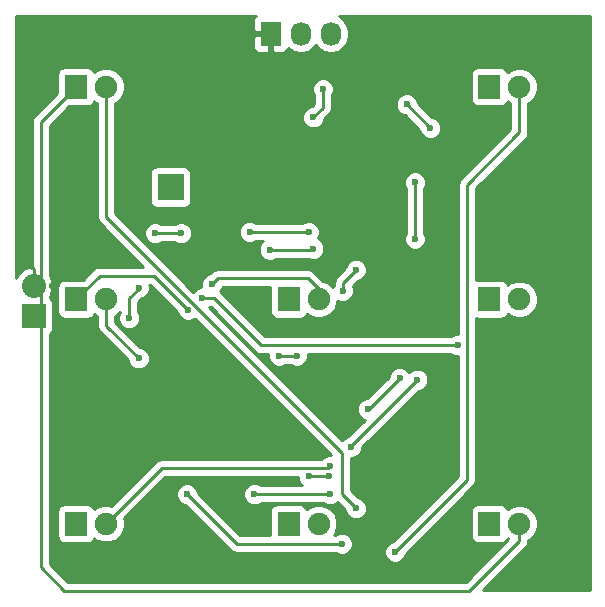
<source format=gbr>
G04 #@! TF.FileFunction,Copper,L2,Bot,Signal*
%FSLAX46Y46*%
G04 Gerber Fmt 4.6, Leading zero omitted, Abs format (unit mm)*
G04 Created by KiCad (PCBNEW 4.0.1-stable) date 2/25/2016 11:01:42 AM*
%MOMM*%
G01*
G04 APERTURE LIST*
%ADD10C,0.100000*%
%ADD11R,1.900000X2.000000*%
%ADD12C,1.900000*%
%ADD13R,2.235200X2.235200*%
%ADD14R,2.032000X2.032000*%
%ADD15O,2.032000X2.032000*%
%ADD16R,1.727200X2.032000*%
%ADD17O,1.727200X2.032000*%
%ADD18C,0.600000*%
%ADD19C,0.250000*%
%ADD20C,0.254000*%
G04 APERTURE END LIST*
D10*
D11*
X73900000Y-106500000D03*
D12*
X76440000Y-106500000D03*
D11*
X91900000Y-106500000D03*
D12*
X94440000Y-106500000D03*
D11*
X73900000Y-88500000D03*
D12*
X76440000Y-88500000D03*
D11*
X108900000Y-88500000D03*
D12*
X111440000Y-88500000D03*
D11*
X108900000Y-106500000D03*
D12*
X111440000Y-106500000D03*
D11*
X108900000Y-125500000D03*
D12*
X111440000Y-125500000D03*
D11*
X73900000Y-125500000D03*
D12*
X76440000Y-125500000D03*
D13*
X81900000Y-97000000D03*
D11*
X91900000Y-125500000D03*
D12*
X94440000Y-125500000D03*
D14*
X70300000Y-107900000D03*
D15*
X70300000Y-105360000D03*
D16*
X90400000Y-84000000D03*
D17*
X92940000Y-84000000D03*
X95480000Y-84000000D03*
D18*
X94800000Y-88700000D03*
X94000000Y-91100000D03*
X88100000Y-84000000D03*
X89800000Y-87600000D03*
X81900000Y-86400000D03*
X91300000Y-94500000D03*
X94400000Y-93000000D03*
X112400000Y-96200000D03*
X79700000Y-129300000D03*
X97000000Y-129400000D03*
X75400000Y-112800000D03*
X81700000Y-111400000D03*
X111400000Y-112700000D03*
X99200000Y-111800000D03*
X96700000Y-114000000D03*
X106200000Y-110400000D03*
X84600000Y-106400000D03*
X83400000Y-107400000D03*
X79200000Y-111500000D03*
X95300000Y-121500000D03*
X93600000Y-121500000D03*
X79200000Y-105500000D03*
X78400000Y-108100000D03*
X85400000Y-105200000D03*
X97600000Y-124200000D03*
X95400000Y-120600000D03*
X97200000Y-119000000D03*
X102800000Y-113300000D03*
X100900000Y-127900000D03*
X101900000Y-90000000D03*
X103900000Y-92000000D03*
X98600000Y-115800000D03*
X101300000Y-113200000D03*
X102600000Y-101400000D03*
X102600000Y-96600000D03*
X90300000Y-102300000D03*
X94000000Y-102200000D03*
X80600000Y-100900000D03*
X82800000Y-100900000D03*
X88600000Y-100800000D03*
X93600000Y-100800000D03*
X96400000Y-127200000D03*
X83300000Y-123000000D03*
X95400000Y-123000000D03*
X89000000Y-123000000D03*
X91100000Y-111300000D03*
X92600000Y-111300000D03*
X96500000Y-105800000D03*
X97600000Y-104000000D03*
D19*
X94800000Y-90300000D02*
X94800000Y-88700000D01*
X94000000Y-91100000D02*
X94800000Y-90300000D01*
X70300000Y-105360000D02*
X70300000Y-103900000D01*
X70300000Y-103900000D02*
X69600000Y-103200000D01*
X106200000Y-110400000D02*
X89600000Y-110400000D01*
X89600000Y-110400000D02*
X85600000Y-106400000D01*
X85600000Y-106400000D02*
X84600000Y-106400000D01*
X83400000Y-107400000D02*
X80500000Y-104500000D01*
X80500000Y-104500000D02*
X75900000Y-104500000D01*
X75900000Y-104500000D02*
X73900000Y-106500000D01*
X76440000Y-108740000D02*
X76440000Y-106500000D01*
X79200000Y-111500000D02*
X76440000Y-108740000D01*
X93600000Y-121500000D02*
X95300000Y-121500000D01*
X79200000Y-105600000D02*
X79200000Y-105500000D01*
X78400000Y-106400000D02*
X79200000Y-105600000D01*
X78400000Y-108100000D02*
X78400000Y-106400000D01*
X93500000Y-104700000D02*
X94440000Y-105640000D01*
X85900000Y-104700000D02*
X93500000Y-104700000D01*
X85400000Y-105200000D02*
X85900000Y-104700000D01*
X94440000Y-105640000D02*
X94440000Y-106500000D01*
X111440000Y-125500000D02*
X111440000Y-126960000D01*
X70900000Y-91500000D02*
X73900000Y-88500000D01*
X70900000Y-129200000D02*
X70900000Y-91500000D01*
X72900000Y-131200000D02*
X70900000Y-129200000D01*
X107200000Y-131200000D02*
X72900000Y-131200000D01*
X111440000Y-126960000D02*
X107200000Y-131200000D01*
X76440000Y-99540000D02*
X76440000Y-88500000D01*
X96400000Y-119500000D02*
X76440000Y-99540000D01*
X96400000Y-123000000D02*
X96400000Y-119500000D01*
X97600000Y-124200000D02*
X96400000Y-123000000D01*
X81140000Y-120800000D02*
X76440000Y-125500000D01*
X95200000Y-120800000D02*
X81140000Y-120800000D01*
X95400000Y-120600000D02*
X95200000Y-120800000D01*
X97200000Y-118900000D02*
X97200000Y-119000000D01*
X102800000Y-113300000D02*
X97200000Y-118900000D01*
X111440000Y-92360000D02*
X111440000Y-88500000D01*
X107000000Y-96800000D02*
X111440000Y-92360000D01*
X107000000Y-121800000D02*
X107000000Y-96800000D01*
X100900000Y-127900000D02*
X107000000Y-121800000D01*
X103900000Y-92000000D02*
X101900000Y-90000000D01*
X98700000Y-115800000D02*
X98600000Y-115800000D01*
X101300000Y-113200000D02*
X98700000Y-115800000D01*
X102600000Y-96600000D02*
X102600000Y-101400000D01*
X93900000Y-102300000D02*
X90300000Y-102300000D01*
X94000000Y-102200000D02*
X93900000Y-102300000D01*
X82800000Y-100900000D02*
X80600000Y-100900000D01*
X93600000Y-100800000D02*
X88600000Y-100800000D01*
X87500000Y-127200000D02*
X96400000Y-127200000D01*
X83300000Y-123000000D02*
X87500000Y-127200000D01*
X89000000Y-123000000D02*
X95400000Y-123000000D01*
X92600000Y-111300000D02*
X91100000Y-111300000D01*
X96500000Y-105100000D02*
X96500000Y-105800000D01*
X97600000Y-104000000D02*
X96500000Y-105100000D01*
D20*
G36*
X88998073Y-82624301D02*
X88901400Y-82857690D01*
X88901400Y-83714250D01*
X89060150Y-83873000D01*
X90273000Y-83873000D01*
X90273000Y-83853000D01*
X90527000Y-83853000D01*
X90527000Y-83873000D01*
X90547000Y-83873000D01*
X90547000Y-84127000D01*
X90527000Y-84127000D01*
X90527000Y-85492250D01*
X90685750Y-85651000D01*
X91389909Y-85651000D01*
X91623298Y-85554327D01*
X91801927Y-85375699D01*
X91865500Y-85222220D01*
X91880330Y-85244415D01*
X92366511Y-85569271D01*
X92940000Y-85683345D01*
X93513489Y-85569271D01*
X93999670Y-85244415D01*
X94210000Y-84929634D01*
X94420330Y-85244415D01*
X94906511Y-85569271D01*
X95480000Y-85683345D01*
X96053489Y-85569271D01*
X96539670Y-85244415D01*
X96864526Y-84758234D01*
X96978600Y-84184745D01*
X96978600Y-83815255D01*
X96864526Y-83241766D01*
X96539670Y-82755585D01*
X96172126Y-82510000D01*
X117390000Y-82510000D01*
X117390000Y-131090000D01*
X108384802Y-131090000D01*
X111977402Y-127497401D01*
X112142148Y-127250839D01*
X112200000Y-126960000D01*
X112200000Y-126900947D01*
X112336657Y-126844481D01*
X112782914Y-126399003D01*
X113024724Y-125816659D01*
X113025275Y-125186107D01*
X112784481Y-124603343D01*
X112339003Y-124157086D01*
X111756659Y-123915276D01*
X111126107Y-123914725D01*
X110543343Y-124155519D01*
X110445663Y-124253029D01*
X110314090Y-124048559D01*
X110101890Y-123903569D01*
X109850000Y-123852560D01*
X107950000Y-123852560D01*
X107714683Y-123896838D01*
X107498559Y-124035910D01*
X107353569Y-124248110D01*
X107302560Y-124500000D01*
X107302560Y-126500000D01*
X107346838Y-126735317D01*
X107485910Y-126951441D01*
X107698110Y-127096431D01*
X107950000Y-127147440D01*
X109850000Y-127147440D01*
X110085317Y-127103162D01*
X110301441Y-126964090D01*
X110446431Y-126751890D01*
X110447055Y-126748808D01*
X110511666Y-126813531D01*
X106885198Y-130440000D01*
X73214802Y-130440000D01*
X71660000Y-128885198D01*
X71660000Y-109449226D01*
X71767441Y-109380090D01*
X71912431Y-109167890D01*
X71963440Y-108916000D01*
X71963440Y-106884000D01*
X71919162Y-106648683D01*
X71780090Y-106432559D01*
X71660000Y-106350505D01*
X71660000Y-106278695D01*
X71905983Y-105742946D01*
X71787367Y-105487000D01*
X71660000Y-105487000D01*
X71660000Y-105233000D01*
X71787367Y-105233000D01*
X71905983Y-104977054D01*
X71660000Y-104441305D01*
X71660000Y-91814802D01*
X73327362Y-90147440D01*
X74850000Y-90147440D01*
X75085317Y-90103162D01*
X75301441Y-89964090D01*
X75446431Y-89751890D01*
X75447055Y-89748808D01*
X75540997Y-89842914D01*
X75680000Y-89900633D01*
X75680000Y-99540000D01*
X75737852Y-99830839D01*
X75902599Y-100077401D01*
X79565198Y-103740000D01*
X75900000Y-103740000D01*
X75609161Y-103797852D01*
X75362599Y-103962599D01*
X74472638Y-104852560D01*
X72950000Y-104852560D01*
X72714683Y-104896838D01*
X72498559Y-105035910D01*
X72353569Y-105248110D01*
X72302560Y-105500000D01*
X72302560Y-107500000D01*
X72346838Y-107735317D01*
X72485910Y-107951441D01*
X72698110Y-108096431D01*
X72950000Y-108147440D01*
X74850000Y-108147440D01*
X75085317Y-108103162D01*
X75301441Y-107964090D01*
X75446431Y-107751890D01*
X75447055Y-107748808D01*
X75540997Y-107842914D01*
X75680000Y-107900633D01*
X75680000Y-108740000D01*
X75737852Y-109030839D01*
X75902599Y-109277401D01*
X78264878Y-111639680D01*
X78264838Y-111685167D01*
X78406883Y-112028943D01*
X78669673Y-112292192D01*
X79013201Y-112434838D01*
X79385167Y-112435162D01*
X79728943Y-112293117D01*
X79992192Y-112030327D01*
X80134838Y-111686799D01*
X80135162Y-111314833D01*
X79993117Y-110971057D01*
X79730327Y-110707808D01*
X79386799Y-110565162D01*
X79339923Y-110565121D01*
X77200000Y-108425198D01*
X77200000Y-107900947D01*
X77336657Y-107844481D01*
X77604879Y-107576728D01*
X77465162Y-107913201D01*
X77464838Y-108285167D01*
X77606883Y-108628943D01*
X77869673Y-108892192D01*
X78213201Y-109034838D01*
X78585167Y-109035162D01*
X78928943Y-108893117D01*
X79192192Y-108630327D01*
X79334838Y-108286799D01*
X79335162Y-107914833D01*
X79193117Y-107571057D01*
X79160000Y-107537882D01*
X79160000Y-106714802D01*
X79477996Y-106396806D01*
X79728943Y-106293117D01*
X79992192Y-106030327D01*
X80134838Y-105686799D01*
X80135162Y-105314833D01*
X80112506Y-105260000D01*
X80185198Y-105260000D01*
X82464878Y-107539680D01*
X82464838Y-107585167D01*
X82606883Y-107928943D01*
X82869673Y-108192192D01*
X83213201Y-108334838D01*
X83585167Y-108335162D01*
X83928943Y-108193117D01*
X83973668Y-108148470D01*
X95490276Y-119665078D01*
X95214833Y-119664838D01*
X94871057Y-119806883D01*
X94637533Y-120040000D01*
X81140000Y-120040000D01*
X80849161Y-120097852D01*
X80602599Y-120262599D01*
X76893218Y-123971980D01*
X76756659Y-123915276D01*
X76126107Y-123914725D01*
X75543343Y-124155519D01*
X75445663Y-124253029D01*
X75314090Y-124048559D01*
X75101890Y-123903569D01*
X74850000Y-123852560D01*
X72950000Y-123852560D01*
X72714683Y-123896838D01*
X72498559Y-124035910D01*
X72353569Y-124248110D01*
X72302560Y-124500000D01*
X72302560Y-126500000D01*
X72346838Y-126735317D01*
X72485910Y-126951441D01*
X72698110Y-127096431D01*
X72950000Y-127147440D01*
X74850000Y-127147440D01*
X75085317Y-127103162D01*
X75301441Y-126964090D01*
X75446431Y-126751890D01*
X75447055Y-126748808D01*
X75540997Y-126842914D01*
X76123341Y-127084724D01*
X76753893Y-127085275D01*
X77336657Y-126844481D01*
X77782914Y-126399003D01*
X78024724Y-125816659D01*
X78025275Y-125186107D01*
X77967798Y-125047004D01*
X79829635Y-123185167D01*
X82364838Y-123185167D01*
X82506883Y-123528943D01*
X82769673Y-123792192D01*
X83113201Y-123934838D01*
X83160077Y-123934879D01*
X86962599Y-127737401D01*
X87209161Y-127902148D01*
X87500000Y-127960000D01*
X95837537Y-127960000D01*
X95869673Y-127992192D01*
X96213201Y-128134838D01*
X96585167Y-128135162D01*
X96928943Y-127993117D01*
X97192192Y-127730327D01*
X97334838Y-127386799D01*
X97335162Y-127014833D01*
X97193117Y-126671057D01*
X96930327Y-126407808D01*
X96586799Y-126265162D01*
X96214833Y-126264838D01*
X95871057Y-126406883D01*
X95837882Y-126440000D01*
X95741845Y-126440000D01*
X95782914Y-126399003D01*
X96024724Y-125816659D01*
X96025275Y-125186107D01*
X95784481Y-124603343D01*
X95339003Y-124157086D01*
X94756659Y-123915276D01*
X94126107Y-123914725D01*
X93543343Y-124155519D01*
X93445663Y-124253029D01*
X93314090Y-124048559D01*
X93101890Y-123903569D01*
X92850000Y-123852560D01*
X90950000Y-123852560D01*
X90714683Y-123896838D01*
X90498559Y-124035910D01*
X90353569Y-124248110D01*
X90302560Y-124500000D01*
X90302560Y-126440000D01*
X87814802Y-126440000D01*
X84235122Y-122860320D01*
X84235162Y-122814833D01*
X84093117Y-122471057D01*
X83830327Y-122207808D01*
X83486799Y-122065162D01*
X83114833Y-122064838D01*
X82771057Y-122206883D01*
X82507808Y-122469673D01*
X82365162Y-122813201D01*
X82364838Y-123185167D01*
X79829635Y-123185167D01*
X81454802Y-121560000D01*
X92664947Y-121560000D01*
X92664838Y-121685167D01*
X92806883Y-122028943D01*
X93017572Y-122240000D01*
X89562463Y-122240000D01*
X89530327Y-122207808D01*
X89186799Y-122065162D01*
X88814833Y-122064838D01*
X88471057Y-122206883D01*
X88207808Y-122469673D01*
X88065162Y-122813201D01*
X88064838Y-123185167D01*
X88206883Y-123528943D01*
X88469673Y-123792192D01*
X88813201Y-123934838D01*
X89185167Y-123935162D01*
X89528943Y-123793117D01*
X89562118Y-123760000D01*
X94837537Y-123760000D01*
X94869673Y-123792192D01*
X95213201Y-123934838D01*
X95585167Y-123935162D01*
X95928943Y-123793117D01*
X96023712Y-123698514D01*
X96664878Y-124339680D01*
X96664838Y-124385167D01*
X96806883Y-124728943D01*
X97069673Y-124992192D01*
X97413201Y-125134838D01*
X97785167Y-125135162D01*
X98128943Y-124993117D01*
X98392192Y-124730327D01*
X98534838Y-124386799D01*
X98535162Y-124014833D01*
X98393117Y-123671057D01*
X98130327Y-123407808D01*
X97786799Y-123265162D01*
X97739923Y-123265121D01*
X97160000Y-122685198D01*
X97160000Y-119934966D01*
X97385167Y-119935162D01*
X97728943Y-119793117D01*
X97992192Y-119530327D01*
X98134838Y-119186799D01*
X98134966Y-119039836D01*
X102939680Y-114235122D01*
X102985167Y-114235162D01*
X103328943Y-114093117D01*
X103592192Y-113830327D01*
X103734838Y-113486799D01*
X103735162Y-113114833D01*
X103593117Y-112771057D01*
X103330327Y-112507808D01*
X102986799Y-112365162D01*
X102614833Y-112364838D01*
X102271057Y-112506883D01*
X102097053Y-112680583D01*
X102093117Y-112671057D01*
X101830327Y-112407808D01*
X101486799Y-112265162D01*
X101114833Y-112264838D01*
X100771057Y-112406883D01*
X100507808Y-112669673D01*
X100365162Y-113013201D01*
X100365121Y-113060077D01*
X98560233Y-114864965D01*
X98414833Y-114864838D01*
X98071057Y-115006883D01*
X97807808Y-115269673D01*
X97665162Y-115613201D01*
X97664838Y-115985167D01*
X97806883Y-116328943D01*
X98069673Y-116592192D01*
X98326402Y-116698796D01*
X96922004Y-118103194D01*
X96671057Y-118206883D01*
X96426157Y-118451355D01*
X85148448Y-107173646D01*
X85162118Y-107160000D01*
X85285198Y-107160000D01*
X89062599Y-110937401D01*
X89309160Y-111102148D01*
X89600000Y-111160000D01*
X90165121Y-111160000D01*
X90164838Y-111485167D01*
X90306883Y-111828943D01*
X90569673Y-112092192D01*
X90913201Y-112234838D01*
X91285167Y-112235162D01*
X91628943Y-112093117D01*
X91662118Y-112060000D01*
X92037537Y-112060000D01*
X92069673Y-112092192D01*
X92413201Y-112234838D01*
X92785167Y-112235162D01*
X93128943Y-112093117D01*
X93392192Y-111830327D01*
X93534838Y-111486799D01*
X93535123Y-111160000D01*
X105637537Y-111160000D01*
X105669673Y-111192192D01*
X106013201Y-111334838D01*
X106240000Y-111335036D01*
X106240000Y-121485198D01*
X100760320Y-126964878D01*
X100714833Y-126964838D01*
X100371057Y-127106883D01*
X100107808Y-127369673D01*
X99965162Y-127713201D01*
X99964838Y-128085167D01*
X100106883Y-128428943D01*
X100369673Y-128692192D01*
X100713201Y-128834838D01*
X101085167Y-128835162D01*
X101428943Y-128693117D01*
X101692192Y-128430327D01*
X101834838Y-128086799D01*
X101834879Y-128039923D01*
X107537401Y-122337401D01*
X107702148Y-122090839D01*
X107760000Y-121800000D01*
X107760000Y-108108964D01*
X107950000Y-108147440D01*
X109850000Y-108147440D01*
X110085317Y-108103162D01*
X110301441Y-107964090D01*
X110446431Y-107751890D01*
X110447055Y-107748808D01*
X110540997Y-107842914D01*
X111123341Y-108084724D01*
X111753893Y-108085275D01*
X112336657Y-107844481D01*
X112782914Y-107399003D01*
X113024724Y-106816659D01*
X113025275Y-106186107D01*
X112784481Y-105603343D01*
X112339003Y-105157086D01*
X111756659Y-104915276D01*
X111126107Y-104914725D01*
X110543343Y-105155519D01*
X110445663Y-105253029D01*
X110314090Y-105048559D01*
X110101890Y-104903569D01*
X109850000Y-104852560D01*
X107950000Y-104852560D01*
X107760000Y-104888311D01*
X107760000Y-97114802D01*
X111977401Y-92897401D01*
X112142148Y-92650840D01*
X112200000Y-92360000D01*
X112200000Y-89900947D01*
X112336657Y-89844481D01*
X112782914Y-89399003D01*
X113024724Y-88816659D01*
X113025275Y-88186107D01*
X112784481Y-87603343D01*
X112339003Y-87157086D01*
X111756659Y-86915276D01*
X111126107Y-86914725D01*
X110543343Y-87155519D01*
X110445663Y-87253029D01*
X110314090Y-87048559D01*
X110101890Y-86903569D01*
X109850000Y-86852560D01*
X107950000Y-86852560D01*
X107714683Y-86896838D01*
X107498559Y-87035910D01*
X107353569Y-87248110D01*
X107302560Y-87500000D01*
X107302560Y-89500000D01*
X107346838Y-89735317D01*
X107485910Y-89951441D01*
X107698110Y-90096431D01*
X107950000Y-90147440D01*
X109850000Y-90147440D01*
X110085317Y-90103162D01*
X110301441Y-89964090D01*
X110446431Y-89751890D01*
X110447055Y-89748808D01*
X110540997Y-89842914D01*
X110680000Y-89900633D01*
X110680000Y-92045198D01*
X106462599Y-96262599D01*
X106297852Y-96509161D01*
X106240000Y-96800000D01*
X106240000Y-109465034D01*
X106014833Y-109464838D01*
X105671057Y-109606883D01*
X105637882Y-109640000D01*
X89914802Y-109640000D01*
X86137401Y-105862599D01*
X86090849Y-105831494D01*
X86192192Y-105730327D01*
X86304442Y-105460000D01*
X90310660Y-105460000D01*
X90302560Y-105500000D01*
X90302560Y-107500000D01*
X90346838Y-107735317D01*
X90485910Y-107951441D01*
X90698110Y-108096431D01*
X90950000Y-108147440D01*
X92850000Y-108147440D01*
X93085317Y-108103162D01*
X93301441Y-107964090D01*
X93446431Y-107751890D01*
X93447055Y-107748808D01*
X93540997Y-107842914D01*
X94123341Y-108084724D01*
X94753893Y-108085275D01*
X95336657Y-107844481D01*
X95782914Y-107399003D01*
X96024724Y-106816659D01*
X96024900Y-106615124D01*
X96313201Y-106734838D01*
X96685167Y-106735162D01*
X97028943Y-106593117D01*
X97292192Y-106330327D01*
X97434838Y-105986799D01*
X97435162Y-105614833D01*
X97325463Y-105349339D01*
X97739680Y-104935122D01*
X97785167Y-104935162D01*
X98128943Y-104793117D01*
X98392192Y-104530327D01*
X98534838Y-104186799D01*
X98535162Y-103814833D01*
X98393117Y-103471057D01*
X98130327Y-103207808D01*
X97786799Y-103065162D01*
X97414833Y-103064838D01*
X97071057Y-103206883D01*
X96807808Y-103469673D01*
X96665162Y-103813201D01*
X96665121Y-103860077D01*
X95962599Y-104562599D01*
X95797852Y-104809161D01*
X95740000Y-105100000D01*
X95740000Y-105237537D01*
X95707808Y-105269673D01*
X95632482Y-105451078D01*
X95339003Y-105157086D01*
X94813809Y-104939007D01*
X94037401Y-104162599D01*
X93790839Y-103997852D01*
X93500000Y-103940000D01*
X85900000Y-103940000D01*
X85609161Y-103997852D01*
X85362599Y-104162599D01*
X85260320Y-104264878D01*
X85214833Y-104264838D01*
X84871057Y-104406883D01*
X84607808Y-104669673D01*
X84465162Y-105013201D01*
X84464838Y-105385167D01*
X84497787Y-105464910D01*
X84414833Y-105464838D01*
X84071057Y-105606883D01*
X83826157Y-105851355D01*
X79059969Y-101085167D01*
X79664838Y-101085167D01*
X79806883Y-101428943D01*
X80069673Y-101692192D01*
X80413201Y-101834838D01*
X80785167Y-101835162D01*
X81128943Y-101693117D01*
X81162118Y-101660000D01*
X82237537Y-101660000D01*
X82269673Y-101692192D01*
X82613201Y-101834838D01*
X82985167Y-101835162D01*
X83328943Y-101693117D01*
X83592192Y-101430327D01*
X83734838Y-101086799D01*
X83734926Y-100985167D01*
X87664838Y-100985167D01*
X87806883Y-101328943D01*
X88069673Y-101592192D01*
X88413201Y-101734838D01*
X88785167Y-101735162D01*
X89128943Y-101593117D01*
X89162118Y-101560000D01*
X89717847Y-101560000D01*
X89507808Y-101769673D01*
X89365162Y-102113201D01*
X89364838Y-102485167D01*
X89506883Y-102828943D01*
X89769673Y-103092192D01*
X90113201Y-103234838D01*
X90485167Y-103235162D01*
X90828943Y-103093117D01*
X90862118Y-103060000D01*
X93632972Y-103060000D01*
X93813201Y-103134838D01*
X94185167Y-103135162D01*
X94528943Y-102993117D01*
X94792192Y-102730327D01*
X94934838Y-102386799D01*
X94935162Y-102014833D01*
X94793117Y-101671057D01*
X94530327Y-101407808D01*
X94377956Y-101344538D01*
X94392192Y-101330327D01*
X94534838Y-100986799D01*
X94535162Y-100614833D01*
X94393117Y-100271057D01*
X94130327Y-100007808D01*
X93786799Y-99865162D01*
X93414833Y-99864838D01*
X93071057Y-100006883D01*
X93037882Y-100040000D01*
X89162463Y-100040000D01*
X89130327Y-100007808D01*
X88786799Y-99865162D01*
X88414833Y-99864838D01*
X88071057Y-100006883D01*
X87807808Y-100269673D01*
X87665162Y-100613201D01*
X87664838Y-100985167D01*
X83734926Y-100985167D01*
X83735162Y-100714833D01*
X83593117Y-100371057D01*
X83330327Y-100107808D01*
X82986799Y-99965162D01*
X82614833Y-99964838D01*
X82271057Y-100106883D01*
X82237882Y-100140000D01*
X81162463Y-100140000D01*
X81130327Y-100107808D01*
X80786799Y-99965162D01*
X80414833Y-99964838D01*
X80071057Y-100106883D01*
X79807808Y-100369673D01*
X79665162Y-100713201D01*
X79664838Y-101085167D01*
X79059969Y-101085167D01*
X77200000Y-99225198D01*
X77200000Y-95882400D01*
X80134960Y-95882400D01*
X80134960Y-98117600D01*
X80179238Y-98352917D01*
X80318310Y-98569041D01*
X80530510Y-98714031D01*
X80782400Y-98765040D01*
X83017600Y-98765040D01*
X83252917Y-98720762D01*
X83469041Y-98581690D01*
X83614031Y-98369490D01*
X83665040Y-98117600D01*
X83665040Y-96785167D01*
X101664838Y-96785167D01*
X101806883Y-97128943D01*
X101840000Y-97162118D01*
X101840000Y-100837537D01*
X101807808Y-100869673D01*
X101665162Y-101213201D01*
X101664838Y-101585167D01*
X101806883Y-101928943D01*
X102069673Y-102192192D01*
X102413201Y-102334838D01*
X102785167Y-102335162D01*
X103128943Y-102193117D01*
X103392192Y-101930327D01*
X103534838Y-101586799D01*
X103535162Y-101214833D01*
X103393117Y-100871057D01*
X103360000Y-100837882D01*
X103360000Y-97162463D01*
X103392192Y-97130327D01*
X103534838Y-96786799D01*
X103535162Y-96414833D01*
X103393117Y-96071057D01*
X103130327Y-95807808D01*
X102786799Y-95665162D01*
X102414833Y-95664838D01*
X102071057Y-95806883D01*
X101807808Y-96069673D01*
X101665162Y-96413201D01*
X101664838Y-96785167D01*
X83665040Y-96785167D01*
X83665040Y-95882400D01*
X83620762Y-95647083D01*
X83481690Y-95430959D01*
X83269490Y-95285969D01*
X83017600Y-95234960D01*
X80782400Y-95234960D01*
X80547083Y-95279238D01*
X80330959Y-95418310D01*
X80185969Y-95630510D01*
X80134960Y-95882400D01*
X77200000Y-95882400D01*
X77200000Y-91285167D01*
X93064838Y-91285167D01*
X93206883Y-91628943D01*
X93469673Y-91892192D01*
X93813201Y-92034838D01*
X94185167Y-92035162D01*
X94528943Y-91893117D01*
X94792192Y-91630327D01*
X94934838Y-91286799D01*
X94934879Y-91239923D01*
X95337401Y-90837401D01*
X95502148Y-90590839D01*
X95560000Y-90300000D01*
X95560000Y-90185167D01*
X100964838Y-90185167D01*
X101106883Y-90528943D01*
X101369673Y-90792192D01*
X101713201Y-90934838D01*
X101760077Y-90934879D01*
X102964878Y-92139680D01*
X102964838Y-92185167D01*
X103106883Y-92528943D01*
X103369673Y-92792192D01*
X103713201Y-92934838D01*
X104085167Y-92935162D01*
X104428943Y-92793117D01*
X104692192Y-92530327D01*
X104834838Y-92186799D01*
X104835162Y-91814833D01*
X104693117Y-91471057D01*
X104430327Y-91207808D01*
X104086799Y-91065162D01*
X104039923Y-91065121D01*
X102835122Y-89860320D01*
X102835162Y-89814833D01*
X102693117Y-89471057D01*
X102430327Y-89207808D01*
X102086799Y-89065162D01*
X101714833Y-89064838D01*
X101371057Y-89206883D01*
X101107808Y-89469673D01*
X100965162Y-89813201D01*
X100964838Y-90185167D01*
X95560000Y-90185167D01*
X95560000Y-89262463D01*
X95592192Y-89230327D01*
X95734838Y-88886799D01*
X95735162Y-88514833D01*
X95593117Y-88171057D01*
X95330327Y-87907808D01*
X94986799Y-87765162D01*
X94614833Y-87764838D01*
X94271057Y-87906883D01*
X94007808Y-88169673D01*
X93865162Y-88513201D01*
X93864838Y-88885167D01*
X94006883Y-89228943D01*
X94040000Y-89262118D01*
X94040000Y-89985198D01*
X93860320Y-90164878D01*
X93814833Y-90164838D01*
X93471057Y-90306883D01*
X93207808Y-90569673D01*
X93065162Y-90913201D01*
X93064838Y-91285167D01*
X77200000Y-91285167D01*
X77200000Y-89900947D01*
X77336657Y-89844481D01*
X77782914Y-89399003D01*
X78024724Y-88816659D01*
X78025275Y-88186107D01*
X77784481Y-87603343D01*
X77339003Y-87157086D01*
X76756659Y-86915276D01*
X76126107Y-86914725D01*
X75543343Y-87155519D01*
X75445663Y-87253029D01*
X75314090Y-87048559D01*
X75101890Y-86903569D01*
X74850000Y-86852560D01*
X72950000Y-86852560D01*
X72714683Y-86896838D01*
X72498559Y-87035910D01*
X72353569Y-87248110D01*
X72302560Y-87500000D01*
X72302560Y-89022638D01*
X70362599Y-90962599D01*
X70197852Y-91209161D01*
X70140000Y-91500000D01*
X70140000Y-103857803D01*
X69917056Y-103754025D01*
X69435182Y-103953615D01*
X68962812Y-104391621D01*
X68810000Y-104724444D01*
X68810000Y-84285750D01*
X88901400Y-84285750D01*
X88901400Y-85142310D01*
X88998073Y-85375699D01*
X89176702Y-85554327D01*
X89410091Y-85651000D01*
X90114250Y-85651000D01*
X90273000Y-85492250D01*
X90273000Y-84127000D01*
X89060150Y-84127000D01*
X88901400Y-84285750D01*
X68810000Y-84285750D01*
X68810000Y-82510000D01*
X89112375Y-82510000D01*
X88998073Y-82624301D01*
X88998073Y-82624301D01*
G37*
X88998073Y-82624301D02*
X88901400Y-82857690D01*
X88901400Y-83714250D01*
X89060150Y-83873000D01*
X90273000Y-83873000D01*
X90273000Y-83853000D01*
X90527000Y-83853000D01*
X90527000Y-83873000D01*
X90547000Y-83873000D01*
X90547000Y-84127000D01*
X90527000Y-84127000D01*
X90527000Y-85492250D01*
X90685750Y-85651000D01*
X91389909Y-85651000D01*
X91623298Y-85554327D01*
X91801927Y-85375699D01*
X91865500Y-85222220D01*
X91880330Y-85244415D01*
X92366511Y-85569271D01*
X92940000Y-85683345D01*
X93513489Y-85569271D01*
X93999670Y-85244415D01*
X94210000Y-84929634D01*
X94420330Y-85244415D01*
X94906511Y-85569271D01*
X95480000Y-85683345D01*
X96053489Y-85569271D01*
X96539670Y-85244415D01*
X96864526Y-84758234D01*
X96978600Y-84184745D01*
X96978600Y-83815255D01*
X96864526Y-83241766D01*
X96539670Y-82755585D01*
X96172126Y-82510000D01*
X117390000Y-82510000D01*
X117390000Y-131090000D01*
X108384802Y-131090000D01*
X111977402Y-127497401D01*
X112142148Y-127250839D01*
X112200000Y-126960000D01*
X112200000Y-126900947D01*
X112336657Y-126844481D01*
X112782914Y-126399003D01*
X113024724Y-125816659D01*
X113025275Y-125186107D01*
X112784481Y-124603343D01*
X112339003Y-124157086D01*
X111756659Y-123915276D01*
X111126107Y-123914725D01*
X110543343Y-124155519D01*
X110445663Y-124253029D01*
X110314090Y-124048559D01*
X110101890Y-123903569D01*
X109850000Y-123852560D01*
X107950000Y-123852560D01*
X107714683Y-123896838D01*
X107498559Y-124035910D01*
X107353569Y-124248110D01*
X107302560Y-124500000D01*
X107302560Y-126500000D01*
X107346838Y-126735317D01*
X107485910Y-126951441D01*
X107698110Y-127096431D01*
X107950000Y-127147440D01*
X109850000Y-127147440D01*
X110085317Y-127103162D01*
X110301441Y-126964090D01*
X110446431Y-126751890D01*
X110447055Y-126748808D01*
X110511666Y-126813531D01*
X106885198Y-130440000D01*
X73214802Y-130440000D01*
X71660000Y-128885198D01*
X71660000Y-109449226D01*
X71767441Y-109380090D01*
X71912431Y-109167890D01*
X71963440Y-108916000D01*
X71963440Y-106884000D01*
X71919162Y-106648683D01*
X71780090Y-106432559D01*
X71660000Y-106350505D01*
X71660000Y-106278695D01*
X71905983Y-105742946D01*
X71787367Y-105487000D01*
X71660000Y-105487000D01*
X71660000Y-105233000D01*
X71787367Y-105233000D01*
X71905983Y-104977054D01*
X71660000Y-104441305D01*
X71660000Y-91814802D01*
X73327362Y-90147440D01*
X74850000Y-90147440D01*
X75085317Y-90103162D01*
X75301441Y-89964090D01*
X75446431Y-89751890D01*
X75447055Y-89748808D01*
X75540997Y-89842914D01*
X75680000Y-89900633D01*
X75680000Y-99540000D01*
X75737852Y-99830839D01*
X75902599Y-100077401D01*
X79565198Y-103740000D01*
X75900000Y-103740000D01*
X75609161Y-103797852D01*
X75362599Y-103962599D01*
X74472638Y-104852560D01*
X72950000Y-104852560D01*
X72714683Y-104896838D01*
X72498559Y-105035910D01*
X72353569Y-105248110D01*
X72302560Y-105500000D01*
X72302560Y-107500000D01*
X72346838Y-107735317D01*
X72485910Y-107951441D01*
X72698110Y-108096431D01*
X72950000Y-108147440D01*
X74850000Y-108147440D01*
X75085317Y-108103162D01*
X75301441Y-107964090D01*
X75446431Y-107751890D01*
X75447055Y-107748808D01*
X75540997Y-107842914D01*
X75680000Y-107900633D01*
X75680000Y-108740000D01*
X75737852Y-109030839D01*
X75902599Y-109277401D01*
X78264878Y-111639680D01*
X78264838Y-111685167D01*
X78406883Y-112028943D01*
X78669673Y-112292192D01*
X79013201Y-112434838D01*
X79385167Y-112435162D01*
X79728943Y-112293117D01*
X79992192Y-112030327D01*
X80134838Y-111686799D01*
X80135162Y-111314833D01*
X79993117Y-110971057D01*
X79730327Y-110707808D01*
X79386799Y-110565162D01*
X79339923Y-110565121D01*
X77200000Y-108425198D01*
X77200000Y-107900947D01*
X77336657Y-107844481D01*
X77604879Y-107576728D01*
X77465162Y-107913201D01*
X77464838Y-108285167D01*
X77606883Y-108628943D01*
X77869673Y-108892192D01*
X78213201Y-109034838D01*
X78585167Y-109035162D01*
X78928943Y-108893117D01*
X79192192Y-108630327D01*
X79334838Y-108286799D01*
X79335162Y-107914833D01*
X79193117Y-107571057D01*
X79160000Y-107537882D01*
X79160000Y-106714802D01*
X79477996Y-106396806D01*
X79728943Y-106293117D01*
X79992192Y-106030327D01*
X80134838Y-105686799D01*
X80135162Y-105314833D01*
X80112506Y-105260000D01*
X80185198Y-105260000D01*
X82464878Y-107539680D01*
X82464838Y-107585167D01*
X82606883Y-107928943D01*
X82869673Y-108192192D01*
X83213201Y-108334838D01*
X83585167Y-108335162D01*
X83928943Y-108193117D01*
X83973668Y-108148470D01*
X95490276Y-119665078D01*
X95214833Y-119664838D01*
X94871057Y-119806883D01*
X94637533Y-120040000D01*
X81140000Y-120040000D01*
X80849161Y-120097852D01*
X80602599Y-120262599D01*
X76893218Y-123971980D01*
X76756659Y-123915276D01*
X76126107Y-123914725D01*
X75543343Y-124155519D01*
X75445663Y-124253029D01*
X75314090Y-124048559D01*
X75101890Y-123903569D01*
X74850000Y-123852560D01*
X72950000Y-123852560D01*
X72714683Y-123896838D01*
X72498559Y-124035910D01*
X72353569Y-124248110D01*
X72302560Y-124500000D01*
X72302560Y-126500000D01*
X72346838Y-126735317D01*
X72485910Y-126951441D01*
X72698110Y-127096431D01*
X72950000Y-127147440D01*
X74850000Y-127147440D01*
X75085317Y-127103162D01*
X75301441Y-126964090D01*
X75446431Y-126751890D01*
X75447055Y-126748808D01*
X75540997Y-126842914D01*
X76123341Y-127084724D01*
X76753893Y-127085275D01*
X77336657Y-126844481D01*
X77782914Y-126399003D01*
X78024724Y-125816659D01*
X78025275Y-125186107D01*
X77967798Y-125047004D01*
X79829635Y-123185167D01*
X82364838Y-123185167D01*
X82506883Y-123528943D01*
X82769673Y-123792192D01*
X83113201Y-123934838D01*
X83160077Y-123934879D01*
X86962599Y-127737401D01*
X87209161Y-127902148D01*
X87500000Y-127960000D01*
X95837537Y-127960000D01*
X95869673Y-127992192D01*
X96213201Y-128134838D01*
X96585167Y-128135162D01*
X96928943Y-127993117D01*
X97192192Y-127730327D01*
X97334838Y-127386799D01*
X97335162Y-127014833D01*
X97193117Y-126671057D01*
X96930327Y-126407808D01*
X96586799Y-126265162D01*
X96214833Y-126264838D01*
X95871057Y-126406883D01*
X95837882Y-126440000D01*
X95741845Y-126440000D01*
X95782914Y-126399003D01*
X96024724Y-125816659D01*
X96025275Y-125186107D01*
X95784481Y-124603343D01*
X95339003Y-124157086D01*
X94756659Y-123915276D01*
X94126107Y-123914725D01*
X93543343Y-124155519D01*
X93445663Y-124253029D01*
X93314090Y-124048559D01*
X93101890Y-123903569D01*
X92850000Y-123852560D01*
X90950000Y-123852560D01*
X90714683Y-123896838D01*
X90498559Y-124035910D01*
X90353569Y-124248110D01*
X90302560Y-124500000D01*
X90302560Y-126440000D01*
X87814802Y-126440000D01*
X84235122Y-122860320D01*
X84235162Y-122814833D01*
X84093117Y-122471057D01*
X83830327Y-122207808D01*
X83486799Y-122065162D01*
X83114833Y-122064838D01*
X82771057Y-122206883D01*
X82507808Y-122469673D01*
X82365162Y-122813201D01*
X82364838Y-123185167D01*
X79829635Y-123185167D01*
X81454802Y-121560000D01*
X92664947Y-121560000D01*
X92664838Y-121685167D01*
X92806883Y-122028943D01*
X93017572Y-122240000D01*
X89562463Y-122240000D01*
X89530327Y-122207808D01*
X89186799Y-122065162D01*
X88814833Y-122064838D01*
X88471057Y-122206883D01*
X88207808Y-122469673D01*
X88065162Y-122813201D01*
X88064838Y-123185167D01*
X88206883Y-123528943D01*
X88469673Y-123792192D01*
X88813201Y-123934838D01*
X89185167Y-123935162D01*
X89528943Y-123793117D01*
X89562118Y-123760000D01*
X94837537Y-123760000D01*
X94869673Y-123792192D01*
X95213201Y-123934838D01*
X95585167Y-123935162D01*
X95928943Y-123793117D01*
X96023712Y-123698514D01*
X96664878Y-124339680D01*
X96664838Y-124385167D01*
X96806883Y-124728943D01*
X97069673Y-124992192D01*
X97413201Y-125134838D01*
X97785167Y-125135162D01*
X98128943Y-124993117D01*
X98392192Y-124730327D01*
X98534838Y-124386799D01*
X98535162Y-124014833D01*
X98393117Y-123671057D01*
X98130327Y-123407808D01*
X97786799Y-123265162D01*
X97739923Y-123265121D01*
X97160000Y-122685198D01*
X97160000Y-119934966D01*
X97385167Y-119935162D01*
X97728943Y-119793117D01*
X97992192Y-119530327D01*
X98134838Y-119186799D01*
X98134966Y-119039836D01*
X102939680Y-114235122D01*
X102985167Y-114235162D01*
X103328943Y-114093117D01*
X103592192Y-113830327D01*
X103734838Y-113486799D01*
X103735162Y-113114833D01*
X103593117Y-112771057D01*
X103330327Y-112507808D01*
X102986799Y-112365162D01*
X102614833Y-112364838D01*
X102271057Y-112506883D01*
X102097053Y-112680583D01*
X102093117Y-112671057D01*
X101830327Y-112407808D01*
X101486799Y-112265162D01*
X101114833Y-112264838D01*
X100771057Y-112406883D01*
X100507808Y-112669673D01*
X100365162Y-113013201D01*
X100365121Y-113060077D01*
X98560233Y-114864965D01*
X98414833Y-114864838D01*
X98071057Y-115006883D01*
X97807808Y-115269673D01*
X97665162Y-115613201D01*
X97664838Y-115985167D01*
X97806883Y-116328943D01*
X98069673Y-116592192D01*
X98326402Y-116698796D01*
X96922004Y-118103194D01*
X96671057Y-118206883D01*
X96426157Y-118451355D01*
X85148448Y-107173646D01*
X85162118Y-107160000D01*
X85285198Y-107160000D01*
X89062599Y-110937401D01*
X89309160Y-111102148D01*
X89600000Y-111160000D01*
X90165121Y-111160000D01*
X90164838Y-111485167D01*
X90306883Y-111828943D01*
X90569673Y-112092192D01*
X90913201Y-112234838D01*
X91285167Y-112235162D01*
X91628943Y-112093117D01*
X91662118Y-112060000D01*
X92037537Y-112060000D01*
X92069673Y-112092192D01*
X92413201Y-112234838D01*
X92785167Y-112235162D01*
X93128943Y-112093117D01*
X93392192Y-111830327D01*
X93534838Y-111486799D01*
X93535123Y-111160000D01*
X105637537Y-111160000D01*
X105669673Y-111192192D01*
X106013201Y-111334838D01*
X106240000Y-111335036D01*
X106240000Y-121485198D01*
X100760320Y-126964878D01*
X100714833Y-126964838D01*
X100371057Y-127106883D01*
X100107808Y-127369673D01*
X99965162Y-127713201D01*
X99964838Y-128085167D01*
X100106883Y-128428943D01*
X100369673Y-128692192D01*
X100713201Y-128834838D01*
X101085167Y-128835162D01*
X101428943Y-128693117D01*
X101692192Y-128430327D01*
X101834838Y-128086799D01*
X101834879Y-128039923D01*
X107537401Y-122337401D01*
X107702148Y-122090839D01*
X107760000Y-121800000D01*
X107760000Y-108108964D01*
X107950000Y-108147440D01*
X109850000Y-108147440D01*
X110085317Y-108103162D01*
X110301441Y-107964090D01*
X110446431Y-107751890D01*
X110447055Y-107748808D01*
X110540997Y-107842914D01*
X111123341Y-108084724D01*
X111753893Y-108085275D01*
X112336657Y-107844481D01*
X112782914Y-107399003D01*
X113024724Y-106816659D01*
X113025275Y-106186107D01*
X112784481Y-105603343D01*
X112339003Y-105157086D01*
X111756659Y-104915276D01*
X111126107Y-104914725D01*
X110543343Y-105155519D01*
X110445663Y-105253029D01*
X110314090Y-105048559D01*
X110101890Y-104903569D01*
X109850000Y-104852560D01*
X107950000Y-104852560D01*
X107760000Y-104888311D01*
X107760000Y-97114802D01*
X111977401Y-92897401D01*
X112142148Y-92650840D01*
X112200000Y-92360000D01*
X112200000Y-89900947D01*
X112336657Y-89844481D01*
X112782914Y-89399003D01*
X113024724Y-88816659D01*
X113025275Y-88186107D01*
X112784481Y-87603343D01*
X112339003Y-87157086D01*
X111756659Y-86915276D01*
X111126107Y-86914725D01*
X110543343Y-87155519D01*
X110445663Y-87253029D01*
X110314090Y-87048559D01*
X110101890Y-86903569D01*
X109850000Y-86852560D01*
X107950000Y-86852560D01*
X107714683Y-86896838D01*
X107498559Y-87035910D01*
X107353569Y-87248110D01*
X107302560Y-87500000D01*
X107302560Y-89500000D01*
X107346838Y-89735317D01*
X107485910Y-89951441D01*
X107698110Y-90096431D01*
X107950000Y-90147440D01*
X109850000Y-90147440D01*
X110085317Y-90103162D01*
X110301441Y-89964090D01*
X110446431Y-89751890D01*
X110447055Y-89748808D01*
X110540997Y-89842914D01*
X110680000Y-89900633D01*
X110680000Y-92045198D01*
X106462599Y-96262599D01*
X106297852Y-96509161D01*
X106240000Y-96800000D01*
X106240000Y-109465034D01*
X106014833Y-109464838D01*
X105671057Y-109606883D01*
X105637882Y-109640000D01*
X89914802Y-109640000D01*
X86137401Y-105862599D01*
X86090849Y-105831494D01*
X86192192Y-105730327D01*
X86304442Y-105460000D01*
X90310660Y-105460000D01*
X90302560Y-105500000D01*
X90302560Y-107500000D01*
X90346838Y-107735317D01*
X90485910Y-107951441D01*
X90698110Y-108096431D01*
X90950000Y-108147440D01*
X92850000Y-108147440D01*
X93085317Y-108103162D01*
X93301441Y-107964090D01*
X93446431Y-107751890D01*
X93447055Y-107748808D01*
X93540997Y-107842914D01*
X94123341Y-108084724D01*
X94753893Y-108085275D01*
X95336657Y-107844481D01*
X95782914Y-107399003D01*
X96024724Y-106816659D01*
X96024900Y-106615124D01*
X96313201Y-106734838D01*
X96685167Y-106735162D01*
X97028943Y-106593117D01*
X97292192Y-106330327D01*
X97434838Y-105986799D01*
X97435162Y-105614833D01*
X97325463Y-105349339D01*
X97739680Y-104935122D01*
X97785167Y-104935162D01*
X98128943Y-104793117D01*
X98392192Y-104530327D01*
X98534838Y-104186799D01*
X98535162Y-103814833D01*
X98393117Y-103471057D01*
X98130327Y-103207808D01*
X97786799Y-103065162D01*
X97414833Y-103064838D01*
X97071057Y-103206883D01*
X96807808Y-103469673D01*
X96665162Y-103813201D01*
X96665121Y-103860077D01*
X95962599Y-104562599D01*
X95797852Y-104809161D01*
X95740000Y-105100000D01*
X95740000Y-105237537D01*
X95707808Y-105269673D01*
X95632482Y-105451078D01*
X95339003Y-105157086D01*
X94813809Y-104939007D01*
X94037401Y-104162599D01*
X93790839Y-103997852D01*
X93500000Y-103940000D01*
X85900000Y-103940000D01*
X85609161Y-103997852D01*
X85362599Y-104162599D01*
X85260320Y-104264878D01*
X85214833Y-104264838D01*
X84871057Y-104406883D01*
X84607808Y-104669673D01*
X84465162Y-105013201D01*
X84464838Y-105385167D01*
X84497787Y-105464910D01*
X84414833Y-105464838D01*
X84071057Y-105606883D01*
X83826157Y-105851355D01*
X79059969Y-101085167D01*
X79664838Y-101085167D01*
X79806883Y-101428943D01*
X80069673Y-101692192D01*
X80413201Y-101834838D01*
X80785167Y-101835162D01*
X81128943Y-101693117D01*
X81162118Y-101660000D01*
X82237537Y-101660000D01*
X82269673Y-101692192D01*
X82613201Y-101834838D01*
X82985167Y-101835162D01*
X83328943Y-101693117D01*
X83592192Y-101430327D01*
X83734838Y-101086799D01*
X83734926Y-100985167D01*
X87664838Y-100985167D01*
X87806883Y-101328943D01*
X88069673Y-101592192D01*
X88413201Y-101734838D01*
X88785167Y-101735162D01*
X89128943Y-101593117D01*
X89162118Y-101560000D01*
X89717847Y-101560000D01*
X89507808Y-101769673D01*
X89365162Y-102113201D01*
X89364838Y-102485167D01*
X89506883Y-102828943D01*
X89769673Y-103092192D01*
X90113201Y-103234838D01*
X90485167Y-103235162D01*
X90828943Y-103093117D01*
X90862118Y-103060000D01*
X93632972Y-103060000D01*
X93813201Y-103134838D01*
X94185167Y-103135162D01*
X94528943Y-102993117D01*
X94792192Y-102730327D01*
X94934838Y-102386799D01*
X94935162Y-102014833D01*
X94793117Y-101671057D01*
X94530327Y-101407808D01*
X94377956Y-101344538D01*
X94392192Y-101330327D01*
X94534838Y-100986799D01*
X94535162Y-100614833D01*
X94393117Y-100271057D01*
X94130327Y-100007808D01*
X93786799Y-99865162D01*
X93414833Y-99864838D01*
X93071057Y-100006883D01*
X93037882Y-100040000D01*
X89162463Y-100040000D01*
X89130327Y-100007808D01*
X88786799Y-99865162D01*
X88414833Y-99864838D01*
X88071057Y-100006883D01*
X87807808Y-100269673D01*
X87665162Y-100613201D01*
X87664838Y-100985167D01*
X83734926Y-100985167D01*
X83735162Y-100714833D01*
X83593117Y-100371057D01*
X83330327Y-100107808D01*
X82986799Y-99965162D01*
X82614833Y-99964838D01*
X82271057Y-100106883D01*
X82237882Y-100140000D01*
X81162463Y-100140000D01*
X81130327Y-100107808D01*
X80786799Y-99965162D01*
X80414833Y-99964838D01*
X80071057Y-100106883D01*
X79807808Y-100369673D01*
X79665162Y-100713201D01*
X79664838Y-101085167D01*
X79059969Y-101085167D01*
X77200000Y-99225198D01*
X77200000Y-95882400D01*
X80134960Y-95882400D01*
X80134960Y-98117600D01*
X80179238Y-98352917D01*
X80318310Y-98569041D01*
X80530510Y-98714031D01*
X80782400Y-98765040D01*
X83017600Y-98765040D01*
X83252917Y-98720762D01*
X83469041Y-98581690D01*
X83614031Y-98369490D01*
X83665040Y-98117600D01*
X83665040Y-96785167D01*
X101664838Y-96785167D01*
X101806883Y-97128943D01*
X101840000Y-97162118D01*
X101840000Y-100837537D01*
X101807808Y-100869673D01*
X101665162Y-101213201D01*
X101664838Y-101585167D01*
X101806883Y-101928943D01*
X102069673Y-102192192D01*
X102413201Y-102334838D01*
X102785167Y-102335162D01*
X103128943Y-102193117D01*
X103392192Y-101930327D01*
X103534838Y-101586799D01*
X103535162Y-101214833D01*
X103393117Y-100871057D01*
X103360000Y-100837882D01*
X103360000Y-97162463D01*
X103392192Y-97130327D01*
X103534838Y-96786799D01*
X103535162Y-96414833D01*
X103393117Y-96071057D01*
X103130327Y-95807808D01*
X102786799Y-95665162D01*
X102414833Y-95664838D01*
X102071057Y-95806883D01*
X101807808Y-96069673D01*
X101665162Y-96413201D01*
X101664838Y-96785167D01*
X83665040Y-96785167D01*
X83665040Y-95882400D01*
X83620762Y-95647083D01*
X83481690Y-95430959D01*
X83269490Y-95285969D01*
X83017600Y-95234960D01*
X80782400Y-95234960D01*
X80547083Y-95279238D01*
X80330959Y-95418310D01*
X80185969Y-95630510D01*
X80134960Y-95882400D01*
X77200000Y-95882400D01*
X77200000Y-91285167D01*
X93064838Y-91285167D01*
X93206883Y-91628943D01*
X93469673Y-91892192D01*
X93813201Y-92034838D01*
X94185167Y-92035162D01*
X94528943Y-91893117D01*
X94792192Y-91630327D01*
X94934838Y-91286799D01*
X94934879Y-91239923D01*
X95337401Y-90837401D01*
X95502148Y-90590839D01*
X95560000Y-90300000D01*
X95560000Y-90185167D01*
X100964838Y-90185167D01*
X101106883Y-90528943D01*
X101369673Y-90792192D01*
X101713201Y-90934838D01*
X101760077Y-90934879D01*
X102964878Y-92139680D01*
X102964838Y-92185167D01*
X103106883Y-92528943D01*
X103369673Y-92792192D01*
X103713201Y-92934838D01*
X104085167Y-92935162D01*
X104428943Y-92793117D01*
X104692192Y-92530327D01*
X104834838Y-92186799D01*
X104835162Y-91814833D01*
X104693117Y-91471057D01*
X104430327Y-91207808D01*
X104086799Y-91065162D01*
X104039923Y-91065121D01*
X102835122Y-89860320D01*
X102835162Y-89814833D01*
X102693117Y-89471057D01*
X102430327Y-89207808D01*
X102086799Y-89065162D01*
X101714833Y-89064838D01*
X101371057Y-89206883D01*
X101107808Y-89469673D01*
X100965162Y-89813201D01*
X100964838Y-90185167D01*
X95560000Y-90185167D01*
X95560000Y-89262463D01*
X95592192Y-89230327D01*
X95734838Y-88886799D01*
X95735162Y-88514833D01*
X95593117Y-88171057D01*
X95330327Y-87907808D01*
X94986799Y-87765162D01*
X94614833Y-87764838D01*
X94271057Y-87906883D01*
X94007808Y-88169673D01*
X93865162Y-88513201D01*
X93864838Y-88885167D01*
X94006883Y-89228943D01*
X94040000Y-89262118D01*
X94040000Y-89985198D01*
X93860320Y-90164878D01*
X93814833Y-90164838D01*
X93471057Y-90306883D01*
X93207808Y-90569673D01*
X93065162Y-90913201D01*
X93064838Y-91285167D01*
X77200000Y-91285167D01*
X77200000Y-89900947D01*
X77336657Y-89844481D01*
X77782914Y-89399003D01*
X78024724Y-88816659D01*
X78025275Y-88186107D01*
X77784481Y-87603343D01*
X77339003Y-87157086D01*
X76756659Y-86915276D01*
X76126107Y-86914725D01*
X75543343Y-87155519D01*
X75445663Y-87253029D01*
X75314090Y-87048559D01*
X75101890Y-86903569D01*
X74850000Y-86852560D01*
X72950000Y-86852560D01*
X72714683Y-86896838D01*
X72498559Y-87035910D01*
X72353569Y-87248110D01*
X72302560Y-87500000D01*
X72302560Y-89022638D01*
X70362599Y-90962599D01*
X70197852Y-91209161D01*
X70140000Y-91500000D01*
X70140000Y-103857803D01*
X69917056Y-103754025D01*
X69435182Y-103953615D01*
X68962812Y-104391621D01*
X68810000Y-104724444D01*
X68810000Y-84285750D01*
X88901400Y-84285750D01*
X88901400Y-85142310D01*
X88998073Y-85375699D01*
X89176702Y-85554327D01*
X89410091Y-85651000D01*
X90114250Y-85651000D01*
X90273000Y-85492250D01*
X90273000Y-84127000D01*
X89060150Y-84127000D01*
X88901400Y-84285750D01*
X68810000Y-84285750D01*
X68810000Y-82510000D01*
X89112375Y-82510000D01*
X88998073Y-82624301D01*
M02*

</source>
